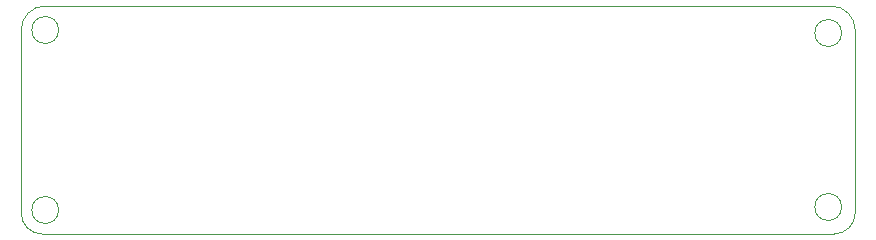
<source format=gbr>
%TF.GenerationSoftware,KiCad,Pcbnew,(5.1.10)-1*%
%TF.CreationDate,2021-06-06T12:15:37+02:00*%
%TF.ProjectId,smart-telefon,736d6172-742d-4746-956c-65666f6e2e6b,1.*%
%TF.SameCoordinates,Original*%
%TF.FileFunction,Profile,NP*%
%FSLAX46Y46*%
G04 Gerber Fmt 4.6, Leading zero omitted, Abs format (unit mm)*
G04 Created by KiCad (PCBNEW (5.1.10)-1) date 2021-06-06 12:15:37*
%MOMM*%
%LPD*%
G01*
G04 APERTURE LIST*
%TA.AperFunction,Profile*%
%ADD10C,0.050000*%
%TD*%
G04 APERTURE END LIST*
D10*
X154432000Y-78486000D02*
G75*
G02*
X152654000Y-80264000I-1778000J0D01*
G01*
X85598000Y-80264000D02*
G75*
G02*
X83820000Y-78486000I0J1778000D01*
G01*
X83820000Y-62992000D02*
G75*
G02*
X85852000Y-60960000I2032000J0D01*
G01*
X152400000Y-60960000D02*
G75*
G02*
X154432000Y-62992000I0J-2032000D01*
G01*
X152400000Y-60960000D02*
X85852000Y-60960000D01*
X154432000Y-78486000D02*
X154432000Y-62992000D01*
X85598000Y-80264000D02*
X152654000Y-80264000D01*
X83820000Y-62992000D02*
X83820000Y-78486000D01*
X86987923Y-62992000D02*
G75*
G03*
X86987923Y-62992000I-1135923J0D01*
G01*
X86987923Y-78232000D02*
G75*
G03*
X86987923Y-78232000I-1135923J0D01*
G01*
X153281923Y-77978000D02*
G75*
G03*
X153281923Y-77978000I-1135923J0D01*
G01*
X153281923Y-63246000D02*
G75*
G03*
X153281923Y-63246000I-1135923J0D01*
G01*
M02*

</source>
